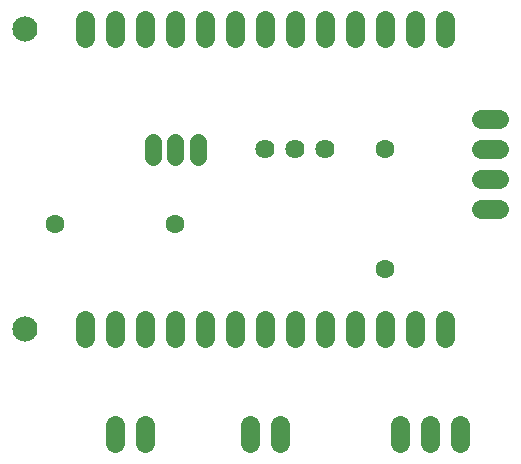
<source format=gbr>
G04 EAGLE Gerber RS-274X export*
G75*
%MOMM*%
%FSLAX34Y34*%
%LPD*%
%INSoldermask Top*%
%IPPOS*%
%AMOC8*
5,1,8,0,0,1.08239X$1,22.5*%
G01*
%ADD10C,2.133600*%
%ADD11C,1.625600*%
%ADD12C,1.625600*%
%ADD13C,1.601600*%
%ADD14C,1.409600*%


D10*
X25400Y127000D03*
X25400Y381000D03*
D11*
X279400Y279400D03*
X254000Y279400D03*
X228600Y279400D03*
D12*
X76200Y134620D02*
X76200Y119380D01*
X101600Y119380D02*
X101600Y134620D01*
X127000Y134620D02*
X127000Y119380D01*
X152400Y119380D02*
X152400Y134620D01*
X177800Y134620D02*
X177800Y119380D01*
X203200Y119380D02*
X203200Y134620D01*
X228600Y134620D02*
X228600Y119380D01*
X254000Y119380D02*
X254000Y134620D01*
X279400Y134620D02*
X279400Y119380D01*
X304800Y119380D02*
X304800Y134620D01*
X330200Y134620D02*
X330200Y119380D01*
X355600Y119380D02*
X355600Y134620D01*
X381000Y134620D02*
X381000Y119380D01*
X76200Y373380D02*
X76200Y388620D01*
X101600Y388620D02*
X101600Y373380D01*
X127000Y373380D02*
X127000Y388620D01*
X152400Y388620D02*
X152400Y373380D01*
X177800Y373380D02*
X177800Y388620D01*
X203200Y388620D02*
X203200Y373380D01*
X228600Y373380D02*
X228600Y388620D01*
X254000Y388620D02*
X254000Y373380D01*
X279400Y373380D02*
X279400Y388620D01*
X304800Y388620D02*
X304800Y373380D01*
X330200Y373380D02*
X330200Y388620D01*
X355600Y388620D02*
X355600Y373380D01*
X381000Y373380D02*
X381000Y388620D01*
D13*
X50800Y215900D03*
X152400Y215900D03*
D14*
X152400Y272860D02*
X152400Y285940D01*
X133350Y285940D02*
X133350Y272860D01*
X171450Y272860D02*
X171450Y285940D01*
D13*
X330200Y279400D03*
X330200Y177800D03*
D12*
X393700Y45720D02*
X393700Y30480D01*
X368300Y30480D02*
X368300Y45720D01*
X342900Y45720D02*
X342900Y30480D01*
X241300Y30480D02*
X241300Y45720D01*
X215900Y45720D02*
X215900Y30480D01*
X127000Y30480D02*
X127000Y45720D01*
X101600Y45720D02*
X101600Y30480D01*
X411480Y254000D02*
X426720Y254000D01*
X426720Y279400D02*
X411480Y279400D01*
X411480Y304800D02*
X426720Y304800D01*
X426720Y228600D02*
X411480Y228600D01*
M02*

</source>
